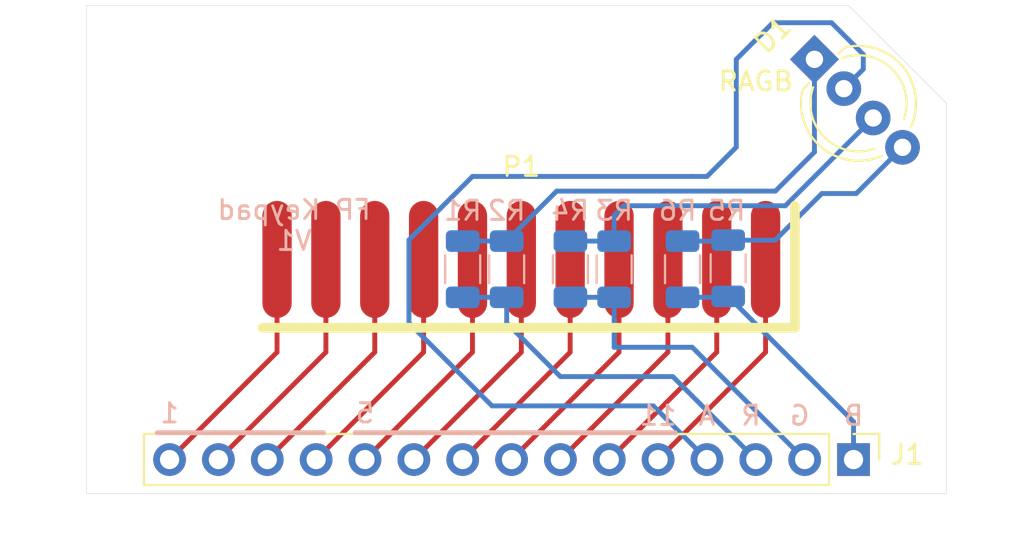
<source format=kicad_pcb>
(kicad_pcb (version 20211014) (generator pcbnew)
  (layers (0 "F.Cu" signal) (31 "B.Cu" signal) (34 "B.Paste" user) (35 "F.Paste" user) (36 "B.SilkS" user "B.Silkscreen") (37 "F.SilkS" user "F.Silkscreen") (38 "B.Mask" user) (39 "F.Mask" user) (44 "Edge.Cuts" user))
  (net 0 "")
  (net 1 "Net-(J1-Pad1)")
  (net 2 "Net-(J1-Pad2)")
  (net 3 "Net-(J1-Pad3)")
  (net 4 "Net-(J1-Pad5)")
  (net 5 "Net-(J1-Pad6)")
  (net 6 "Net-(J1-Pad7)")
  (net 7 "Net-(J1-Pad8)")
  (net 8 "Net-(J1-Pad9)")
  (net 9 "Net-(J1-Pad10)")
  (net 10 "Net-(J1-Pad11)")
  (net 11 "Net-(D1-Pad1)")
  (net 12 "Net-(D1-Pad2)")
  (net 13 "Net-(D1-Pad3)")
  (net 14 "Net-(D1-Pad4)")
  (net 15 "Net-(J1-Pad12)")
  (net 16 "Net-(J1-Pad13)")
  (net 17 "Net-(J1-Pad14)")
  (net 18 "Net-(J1-Pad15)")
  (footprint "MountingHole:MountingHole_3.5mm" (layer "F.Cu") (at 147.828 89.154)
    (fp_text reference "REF**" hide)
    (fp_text value "MountingHole_3.5mm")
    (pad "" np_thru_hole circle locked (at 0 0) (size 3.5 3.5) (drill 3.5) (layers *.Cu *.Mask))
  )
  (footprint "LED_THT:LED_D5.0mm-4_RGB_Wide_Pins" (layer "F.Cu") (at 163.322 86.868 -45)
    (fp_text reference "D1" (at -2.424669 0.628618 45) (layer "F.SilkS"))
    (fp_text value "LED_RAGB")
    (fp_line (start 0.6785 -1.545) (end 0.6785 -1.08) (layer "F.SilkS") (width 0.12))
    (fp_line (start 0.6785 1.08) (end 0.6785 1.545) (layer "F.SilkS") (width 0.12))
    (fp_arc (start 5.492979 1.080429) (mid 3.238262 2.5) (end 0.983816 1.08) (layer "F.SilkS") (width 0.12))
    (fp_arc (start 6.026315 1.080827) (mid 3.496956 2.978808) (end 0.6785 1.54483) (layer "F.SilkS") (width 0.12))
    (fp_arc (start 0.983816 -1.08) (mid 3.238263 -2.5) (end 5.492979 -1.080429) (layer "F.SilkS") (width 0.12))
    (fp_arc (start 0.6785 -1.54483) (mid 3.496956 -2.978809) (end 6.026315 -1.080827) (layer "F.SilkS") (width 0.12))
    (pad "1" thru_hole rect locked (at 0 0 315) (size 1.8 1.8) (drill 0.9) (layers *.Cu *.Mask) (net 11 "Net-(D1-Pad1)"))
    (pad "2" thru_hole circle locked (at 2.159 0 315) (size 1.8 1.8) (drill 0.9) (layers *.Cu *.Mask) (net 12 "Net-(D1-Pad2)"))
    (pad "3" thru_hole circle locked (at 4.318 0 315) (size 1.8 1.8) (drill 0.9) (layers *.Cu *.Mask) (net 13 "Net-(D1-Pad3)"))
    (pad "4" thru_hole circle locked (at 6.477 0 315) (size 1.8 1.8) (drill 0.9) (layers *.Cu *.Mask) (net 14 "Net-(D1-Pad4)"))
  )
  (footprint "Fp_Tablet_Library:Keypad Pads" (layer "F.Cu") (at 148.082 97.282)
    (fp_text reference "P1" (at 0 -4.826 unlocked) (layer "F.SilkS"))
    (fp_text value "Pad_Pins")
    (fp_line (start 14.224 3.556) (end 14.224 -2.794) (layer "F.SilkS") (width 0.508))
    (fp_line (start 14.224 3.556) (end -13.462 3.556) (layer "F.SilkS") (width 0.508))
    (pad "1" smd roundrect locked (at -12.7 0) (size 1.524 6.096) (layers "F.Cu" "F.Paste" "F.Mask") (roundrect_rratio 0.5) (net 18 "Net-(J1-Pad15)"))
    (pad "2" smd roundrect locked (at -10.16 0) (size 1.524 6.096) (layers "F.Cu" "F.Paste" "F.Mask") (roundrect_rratio 0.5) (net 17 "Net-(J1-Pad14)"))
    (pad "3" smd roundrect locked (at -7.62 0) (size 1.524 6.096) (layers "F.Cu" "F.Paste" "F.Mask") (roundrect_rratio 0.5) (net 16 "Net-(J1-Pad13)"))
    (pad "4" smd roundrect locked (at -5.08 0) (size 1.524 6.096) (layers "F.Cu" "F.Paste" "F.Mask") (roundrect_rratio 0.5) (net 15 "Net-(J1-Pad12)"))
    (pad "5" smd roundrect locked (at -2.54 0) (size 1.524 6.096) (layers "F.Cu" "F.Paste" "F.Mask") (roundrect_rratio 0.5) (net 10 "Net-(J1-Pad11)"))
    (pad "6" smd roundrect locked (at 0 0) (size 1.524 6.096) (layers "F.Cu" "F.Paste" "F.Mask") (roundrect_rratio 0.5) (net 9 "Net-(J1-Pad10)"))
    (pad "7" smd roundrect locked (at 2.54 0) (size 1.524 6.096) (layers "F.Cu" "F.Paste" "F.Mask") (roundrect_rratio 0.5) (net 8 "Net-(J1-Pad9)"))
    (pad "8" smd roundrect locked (at 5.08 0) (size 1.524 6.096) (layers "F.Cu" "F.Paste" "F.Mask") (roundrect_rratio 0.5) (net 7 "Net-(J1-Pad8)"))
    (pad "9" smd roundrect locked (at 7.62 0) (size 1.524 6.096) (layers "F.Cu" "F.Paste" "F.Mask") (roundrect_rratio 0.5) (net 6 "Net-(J1-Pad7)"))
    (pad "10" smd roundrect locked (at 10.16 0) (size 1.524 6.096) (layers "F.Cu" "F.Paste" "F.Mask") (roundrect_rratio 0.5) (net 5 "Net-(J1-Pad6)"))
    (pad "11" smd roundrect locked (at 12.7 0) (size 1.524 6.096) (layers "F.Cu" "F.Paste" "F.Mask") (roundrect_rratio 0.5) (net 4 "Net-(J1-Pad5)"))
  )
  (footprint "MountingHole:MountingHole_2.1mm" (layer "F.Cu") (at 135.128 89.154)
    (fp_text reference "REF**" hide)
    (fp_text value "MountingHole_2.1mm")
    (pad "" np_thru_hole circle locked (at 0 0) (size 2.1 2.1) (drill 2.1) (layers *.Cu *.Mask))
  )
  (footprint "Connector_PinHeader_2.54mm:PinHeader_1x15_P2.54mm_Vertical" (layer "F.Cu") (at 165.354 107.696 -90)
    (fp_text reference "J1" (at -0.254 -2.794 180) (layer "F.SilkS"))
    (fp_text value "Conn_01x15")
    (fp_line (start 1.33 1.27) (end 1.33 36.89) (layer "F.SilkS") (width 0.12))
    (fp_line (start -1.33 1.27) (end -1.33 36.89) (layer "F.SilkS") (width 0.12))
    (fp_line (start -1.33 1.27) (end 1.33 1.27) (layer "F.SilkS") (width 0.12))
    (fp_line (start -1.33 -1.33) (end 0 -1.33) (layer "F.SilkS") (width 0.12))
    (fp_line (start -1.33 36.89) (end 1.33 36.89) (layer "F.SilkS") (width 0.12))
    (fp_line (start -1.33 0) (end -1.33 -1.33) (layer "F.SilkS") (width 0.12))
    (pad "1" thru_hole rect locked (at 0 0 270) (size 1.7 1.7) (drill 1) (layers *.Cu *.Mask) (net 1 "Net-(J1-Pad1)"))
    (pad "2" thru_hole oval locked (at 0 2.54 270) (size 1.7 1.7) (drill 1) (layers *.Cu *.Mask) (net 2 "Net-(J1-Pad2)"))
    (pad "3" thru_hole oval locked (at 0 5.08 270) (size 1.7 1.7) (drill 1) (layers *.Cu *.Mask) (net 3 "Net-(J1-Pad3)"))
    (pad "4" thru_hole oval locked (at 0 7.62 270) (size 1.7 1.7) (drill 1) (layers *.Cu *.Mask) (net 12 "Net-(D1-Pad2)"))
    (pad "5" thru_hole oval locked (at 0 10.16 270) (size 1.7 1.7) (drill 1) (layers *.Cu *.Mask) (net 4 "Net-(J1-Pad5)"))
    (pad "6" thru_hole oval locked (at 0 12.7 270) (size 1.7 1.7) (drill 1) (layers *.Cu *.Mask) (net 5 "Net-(J1-Pad6)"))
    (pad "7" thru_hole oval locked (at 0 15.24 270) (size 1.7 1.7) (drill 1) (layers *.Cu *.Mask) (net 6 "Net-(J1-Pad7)"))
    (pad "8" thru_hole oval locked (at 0 17.78 270) (size 1.7 1.7) (drill 1) (layers *.Cu *.Mask) (net 7 "Net-(J1-Pad8)"))
    (pad "9" thru_hole oval locked (at 0 20.32 270) (size 1.7 1.7) (drill 1) (layers *.Cu *.Mask) (net 8 "Net-(J1-Pad9)"))
    (pad "10" thru_hole oval locked (at 0 22.86 270) (size 1.7 1.7) (drill 1) (layers *.Cu *.Mask) (net 9 "Net-(J1-Pad10)"))
    (pad "11" thru_hole oval locked (at 0 25.4 270) (size 1.7 1.7) (drill 1) (layers *.Cu *.Mask) (net 10 "Net-(J1-Pad11)"))
    (pad "12" thru_hole oval locked (at 0 27.94 270) (size 1.7 1.7) (drill 1) (layers *.Cu *.Mask) (net 15 "Net-(J1-Pad12)"))
    (pad "13" thru_hole oval locked (at 0 30.48 270) (size 1.7 1.7) (drill 1) (layers *.Cu *.Mask) (net 16 "Net-(J1-Pad13)"))
    (pad "14" thru_hole oval locked (at 0 33.02 270) (size 1.7 1.7) (drill 1) (layers *.Cu *.Mask) (net 17 "Net-(J1-Pad14)"))
    (pad "15" thru_hole oval locked (at 0 35.56 270) (size 1.7 1.7) (drill 1) (layers *.Cu *.Mask) (net 18 "Net-(J1-Pad15)"))
  )
  (footprint "MountingHole:MountingHole_3.5mm" (layer "F.Cu") (at 129.032 98.806)
    (fp_text reference "REF**" hide)
    (fp_text value "MountingHole_3.5mm")
    (pad "" np_thru_hole circle locked (at 0 0) (size 3.5 3.5) (drill 3.5) (layers *.Cu *.Mask))
  )
  (footprint "MountingHole:MountingHole_3.5mm" (layer "F.Cu") (at 166.116 98.298)
    (fp_text reference "REF**" hide)
    (fp_text value "MountingHole_3.5mm")
    (pad "" np_thru_hole circle locked (at 0 0) (size 3.5 3.5) (drill 3.5) (layers *.Cu *.Mask))
  )
  (footprint "Resistor_SMD:R_1206_3216Metric" (layer "B.Cu") (at 156.464 97.79 90)
    (fp_text reference "R6" (at 3.048 -0.254 180) (layer "B.SilkS") (effects (justify mirror)))
    (fp_text value "1K")
    (fp_line (start -0.727064 0.91) (end 0.727064 0.91) (layer "B.SilkS") (width 0.12))
    (fp_line (start -0.727064 -0.91) (end 0.727064 -0.91) (layer "B.SilkS") (width 0.12))
    (pad "1" smd roundrect locked (at -1.4625 0 90) (size 1.125 1.75) (layers "B.Cu" "B.Paste" "B.Mask") (roundrect_rratio 0.2222222222) (net 1 "Net-(J1-Pad1)"))
    (pad "2" smd roundrect locked (at 1.4625 0 90) (size 1.125 1.75) (layers "B.Cu" "B.Paste" "B.Mask") (roundrect_rratio 0.2222222222) (net 14 "Net-(D1-Pad4)"))
  )
  (footprint "Resistor_SMD:R_1206_3216Metric" (layer "B.Cu") (at 147.32 97.79 90)
    (fp_text reference "R2" (at 3.048 0 180) (layer "B.SilkS") (effects (justify mirror)))
    (fp_text value "1K")
    (fp_line (start -0.727064 0.91) (end 0.727064 0.91) (layer "B.SilkS") (width 0.12))
    (fp_line (start -0.727064 -0.91) (end 0.727064 -0.91) (layer "B.SilkS") (width 0.12))
    (pad "1" smd roundrect locked (at -1.4625 0 90) (size 1.125 1.75) (layers "B.Cu" "B.Paste" "B.Mask") (roundrect_rratio 0.2222222222) (net 3 "Net-(J1-Pad3)"))
    (pad "2" smd roundrect locked (at 1.4625 0 90) (size 1.125 1.75) (layers "B.Cu" "B.Paste" "B.Mask") (roundrect_rratio 0.2222222222) (net 11 "Net-(D1-Pad1)"))
  )
  (footprint "Resistor_SMD:R_1206_3216Metric" (layer "B.Cu") (at 150.634 97.79 90)
    (fp_text reference "R4" (at 3.048 -0.012 180) (layer "B.SilkS") (effects (justify mirror)))
    (fp_text value "1K")
    (fp_line (start -0.727064 0.91) (end 0.727064 0.91) (layer "B.SilkS") (width 0.12))
    (fp_line (start -0.727064 -0.91) (end 0.727064 -0.91) (layer "B.SilkS") (width 0.12))
    (pad "1" smd roundrect locked (at -1.4625 0 90) (size 1.125 1.75) (layers "B.Cu" "B.Paste" "B.Mask") (roundrect_rratio 0.2222222222) (net 2 "Net-(J1-Pad2)"))
    (pad "2" smd roundrect locked (at 1.4625 0 90) (size 1.125 1.75) (layers "B.Cu" "B.Paste" "B.Mask") (roundrect_rratio 0.2222222222) (net 13 "Net-(D1-Pad3)"))
  )
  (footprint "Resistor_SMD:R_1206_3216Metric" (layer "B.Cu") (at 152.908 97.79 90)
    (fp_text reference "R3" (at 3.048 0 180) (layer "B.SilkS") (effects (justify mirror)))
    (fp_text value "1K")
    (fp_line (start -0.727064 -0.91) (end 0.727064 -0.91) (layer "B.SilkS") (width 0.12))
    (fp_line (start -0.727064 0.91) (end 0.727064 0.91) (layer "B.SilkS") (width 0.12))
    (pad "1" smd roundrect locked (at -1.4625 0 90) (size 1.125 1.75) (layers "B.Cu" "B.Paste" "B.Mask") (roundrect_rratio 0.2222222222) (net 2 "Net-(J1-Pad2)"))
    (pad "2" smd roundrect locked (at 1.4625 0 90) (size 1.125 1.75) (layers "B.Cu" "B.Paste" "B.Mask") (roundrect_rratio 0.2222222222) (net 13 "Net-(D1-Pad3)"))
  )
  (footprint "Resistor_SMD:R_1206_3216Metric" (layer "B.Cu") (at 145.034 97.79 90)
    (fp_text reference "R1" (at 3.048 0 180) (layer "B.SilkS") (effects (justify mirror)))
    (fp_text value "1K")
    (fp_line (start -0.727064 -0.91) (end 0.727064 -0.91) (layer "B.SilkS") (width 0.12))
    (fp_line (start -0.727064 0.91) (end 0.727064 0.91) (layer "B.SilkS") (width 0.12))
    (pad "1" smd roundrect locked (at -1.4625 0 90) (size 1.125 1.75) (layers "B.Cu" "B.Paste" "B.Mask") (roundrect_rratio 0.2222222222) (net 3 "Net-(J1-Pad3)"))
    (pad "2" smd roundrect locked (at 1.4625 0 90) (size 1.125 1.75) (layers "B.Cu" "B.Paste" "B.Mask") (roundrect_rratio 0.2222222222) (net 11 "Net-(D1-Pad1)"))
  )
  (footprint "Resistor_SMD:R_1206_3216Metric" (layer "B.Cu") (at 158.836 97.742 90)
    (fp_text reference "R5" (at 3 -0.086 180) (layer "B.SilkS") (effects (justify mirror)))
    (fp_text value "1K")
    (fp_line (start -0.727064 0.91) (end 0.727064 0.91) (layer "B.SilkS") (width 0.12))
    (fp_line (start -0.727064 -0.91) (end 0.727064 -0.91) (layer "B.SilkS") (width 0.12))
    (pad "1" smd roundrect locked (at -1.4625 0 90) (size 1.125 1.75) (layers "B.Cu" "B.Paste" "B.Mask") (roundrect_rratio 0.2222222222) (net 1 "Net-(J1-Pad1)"))
    (pad "2" smd roundrect locked (at 1.4625 0 90) (size 1.125 1.75) (layers "B.Cu" "B.Paste" "B.Mask") (roundrect_rratio 0.2222222222) (net 14 "Net-(D1-Pad4)"))
  )
  (gr_line (start 129.159 106.299) (end 137.795 106.299) (layer "B.SilkS") (width 0.254))
  (gr_line (start 139.446 106.299) (end 156.083 106.299) (layer "B.SilkS") (width 0.254))
  (gr_line (start 170.18 89.154) (end 165.1 84.074) (layer "Edge.Cuts") (width 0.0254))
  (gr_line (start 125.476 109.474) (end 125.476 84.074) (layer "Edge.Cuts") (width 0.0254))
  (gr_line (start 125.476 84.074) (end 165.1 84.074) (layer "Edge.Cuts") (width 0.0254))
  (gr_line (start 170.18 89.154) (end 170.18 109.474) (layer "Edge.Cuts") (width 0.0254))
  (gr_line (start 170.18 109.474) (end 125.476 109.474) (layer "Edge.Cuts") (width 0.0254))
  (gr_text "11" (at 155.194 105.41) (layer "B.SilkS") (effects (font (size 1 1)) (justify mirror)))
  (gr_text "5" (at 139.954 105.283) (layer "B.SilkS") (effects (font (size 1 1)) (justify mirror)))
  (gr_text "B" (at 165.354 105.41) (layer "B.SilkS") (effects (font (size 1 1)) (justify mirror)))
  (gr_text "A" (at 157.734 105.41) (layer "B.SilkS") (effects (font (size 1 1)) (justify mirror)))
  (gr_text "1" (at 129.794 105.283) (layer "B.SilkS") (effects (font (size 1 1)) (justify mirror)))
  (gr_text "G" (at 162.56 105.41) (layer "B.SilkS") (effects (font (size 1 1)) (justify mirror)))
  (gr_text "R" (at 160.02 105.41) (layer "B.SilkS") (effects (font (size 1 1)) (justify mirror)))
  (gr_text "FP Keypad\nV1\n" (at 136.271 95.504) (layer "B.SilkS") (effects (font (size 1 1)) (justify mirror)))
  (gr_text "RAGB" (at 160.274 88.011) (layer "F.SilkS") (effects (font (size 1 1))))
  (segment (start 165.354 105.7225) (end 165.354 107.696) (width 0.254) (layer "B.Cu") (net 1))
  (segment (start 156.464 99.2525) (end 158.788 99.2525) (width 0.254) (layer "B.Cu") (net 1))
  (segment (start 158.836 99.2045) (end 165.354 105.7225) (width 0.254) (layer "B.Cu") (net 1))
  (segment (start 158.788 99.2525) (end 158.836 99.2045) (width 0.254) (layer "B.Cu") (net 1))
  (segment (start 152.908 101.854) (end 152.908 99.2525) (width 0.254) (layer "B.Cu") (net 2))
  (segment (start 162.814 107.696) (end 156.972 101.854) (width 0.254) (layer "B.Cu") (net 2))
  (segment (start 156.972 101.854) (end 152.908 101.854) (width 0.254) (layer "B.Cu") (net 2))
  (segment (start 150.634 99.2525) (end 152.908 99.2525) (width 0.254) (layer "B.Cu") (net 2))
  (segment (start 150.114 103.378) (end 147.32 100.584) (width 0.254) (layer "B.Cu") (net 3))
  (segment (start 155.956 103.378) (end 150.114 103.378) (width 0.254) (layer "B.Cu") (net 3))
  (segment (start 147.32 100.584) (end 147.32 99.2525) (width 0.254) (layer "B.Cu") (net 3))
  (segment (start 160.274 107.696) (end 155.956 103.378) (width 0.254) (layer "B.Cu") (net 3))
  (segment (start 145.034 99.2525) (end 147.32 99.2525) (width 0.254) (layer "B.Cu") (net 3))
  (segment (start 160.782 102.108) (end 160.782 97.282) (width 0.254) (layer "F.Cu") (net 4))
  (segment (start 155.194 107.696) (end 160.782 102.108) (width 0.254) (layer "F.Cu") (net 4))
  (segment (start 152.654 107.696) (end 158.242 102.108) (width 0.254) (layer "F.Cu") (net 5))
  (segment (start 158.242 102.108) (end 158.242 97.282) (width 0.254) (layer "F.Cu") (net 5))
  (segment (start 155.702 102.108) (end 155.702 97.282) (width 0.254) (layer "F.Cu") (net 6))
  (segment (start 150.114 107.696) (end 155.702 102.108) (width 0.254) (layer "F.Cu") (net 6))
  (segment (start 147.574 107.696) (end 153.162 102.108) (width 0.254) (layer "F.Cu") (net 7))
  (segment (start 153.162 102.108) (end 153.162 97.282) (width 0.254) (layer "F.Cu") (net 7))
  (segment (start 145.034 107.696) (end 150.622 102.108) (width 0.254) (layer "F.Cu") (net 8))
  (segment (start 150.622 102.108) (end 150.622 97.282) (width 0.254) (layer "F.Cu") (net 8))
  (segment (start 148.082 102.108) (end 148.082 97.282) (width 0.254) (layer "F.Cu") (net 9))
  (segment (start 142.494 107.696) (end 148.082 102.108) (width 0.254) (layer "F.Cu") (net 9))
  (segment (start 139.954 107.696) (end 145.542 102.108) (width 0.254) (layer "F.Cu") (net 10))
  (segment (start 145.542 102.108) (end 145.542 97.282) (width 0.254) (layer "F.Cu") (net 10))
  (segment (start 161.29 93.726) (end 163.322 91.694) (width 0.254) (layer "B.Cu") (net 11))
  (segment (start 149.9215 93.726) (end 161.29 93.726) (width 0.254) (layer "B.Cu") (net 11))
  (segment (start 163.322 91.694) (end 163.322 86.868) (width 0.254) (layer "B.Cu") (net 11))
  (segment (start 145.034 96.3275) (end 147.32 96.3275) (width 0.254) (layer "B.Cu") (net 11))
  (segment (start 147.32 96.3275) (end 149.9215 93.726) (width 0.254) (layer "B.Cu") (net 11))
  (segment (start 142.24 96.266) (end 142.24 100.584) (width 0.254) (layer "B.Cu") (net 12))
  (segment (start 145.542 92.964) (end 142.24 96.266) (width 0.254) (layer "B.Cu") (net 12))
  (segment (start 159.258 91.44) (end 157.734 92.964) (width 0.254) (layer "B.Cu") (net 12))
  (segment (start 157.734 92.964) (end 156.972 92.964) (width 0.254) (layer "B.Cu") (net 12))
  (segment (start 164.848644 88.394644) (end 165.862 87.381288) (width 0.254) (layer "B.Cu") (net 12))
  (segment (start 159.258 86.868) (end 159.258 91.44) (width 0.254) (layer "B.Cu") (net 12))
  (segment (start 156.972 92.964) (end 145.542 92.964) (width 0.254) (layer "B.Cu") (net 12))
  (segment (start 165.862 87.381288) (end 165.862 86.614) (width 0.254) (layer "B.Cu") (net 12))
  (segment (start 142.24 100.584) (end 146.558 104.902) (width 0.254) (layer "B.Cu") (net 12))
  (segment (start 164.211 84.963) (end 161.163 84.963) (width 0.254) (layer "B.Cu") (net 12))
  (segment (start 154.94 104.902) (end 157.734 107.696) (width 0.254) (layer "B.Cu") (net 12))
  (segment (start 165.862 86.614) (end 164.211 84.963) (width 0.254) (layer "B.Cu") (net 12))
  (segment (start 161.163 84.963) (end 159.258 86.868) (width 0.254) (layer "B.Cu") (net 12))
  (segment (start 146.558 104.902) (end 154.94 104.902) (width 0.254) (layer "B.Cu") (net 12))
  (segment (start 152.908 94.996) (end 153.416 94.488) (width 0.254) (layer "B.Cu") (net 13))
  (segment (start 150.634 96.3275) (end 152.908 96.3275) (width 0.254) (layer "B.Cu") (net 13))
  (segment (start 153.416 94.488) (end 161.808574 94.488) (width 0.254) (layer "B.Cu") (net 13))
  (segment (start 152.908 96.3275) (end 152.908 94.996) (width 0.254) (layer "B.Cu") (net 13))
  (segment (start 161.808574 94.488) (end 166.375287 89.921287) (width 0.254) (layer "B.Cu") (net 13))
  (segment (start 156.464 96.3275) (end 158.788 96.3275) (width 0.254) (layer "B.Cu") (net 14))
  (segment (start 158.788 96.3275) (end 158.836 96.2795) (width 0.254) (layer "B.Cu") (net 14))
  (segment (start 165.496862 93.853) (end 167.901931 91.447931) (width 0.254) (layer "B.Cu") (net 14))
  (segment (start 163.703 93.853) (end 165.496862 93.853) (width 0.254) (layer "B.Cu") (net 14))
  (segment (start 158.836 96.2795) (end 161.2765 96.2795) (width 0.254) (layer "B.Cu") (net 14))
  (segment (start 161.2765 96.2795) (end 163.703 93.853) (width 0.254) (layer "B.Cu") (net 14))
  (segment (start 143.002 102.108) (end 143.002 97.282) (width 0.254) (layer "F.Cu") (net 15))
  (segment (start 137.414 107.696) (end 143.002 102.108) (width 0.254) (layer "F.Cu") (net 15))
  (segment (start 140.462 102.108) (end 140.462 97.282) (width 0.254) (layer "F.Cu") (net 16))
  (segment (start 134.874 107.696) (end 140.462 102.108) (width 0.254) (layer "F.Cu") (net 16))
  (segment (start 132.334 107.696) (end 137.922 102.108) (width 0.254) (layer "F.Cu") (net 17))
  (segment (start 137.922 102.108) (end 137.922 97.282) (width 0.254) (layer "F.Cu") (net 17))
  (segment (start 129.794 107.696) (end 135.382 102.108) (width 0.254) (layer "F.Cu") (net 18))
  (segment (start 135.382 102.108) (end 135.382 97.282) (width 0.254) (layer "F.Cu") (net 18))
)
</source>
